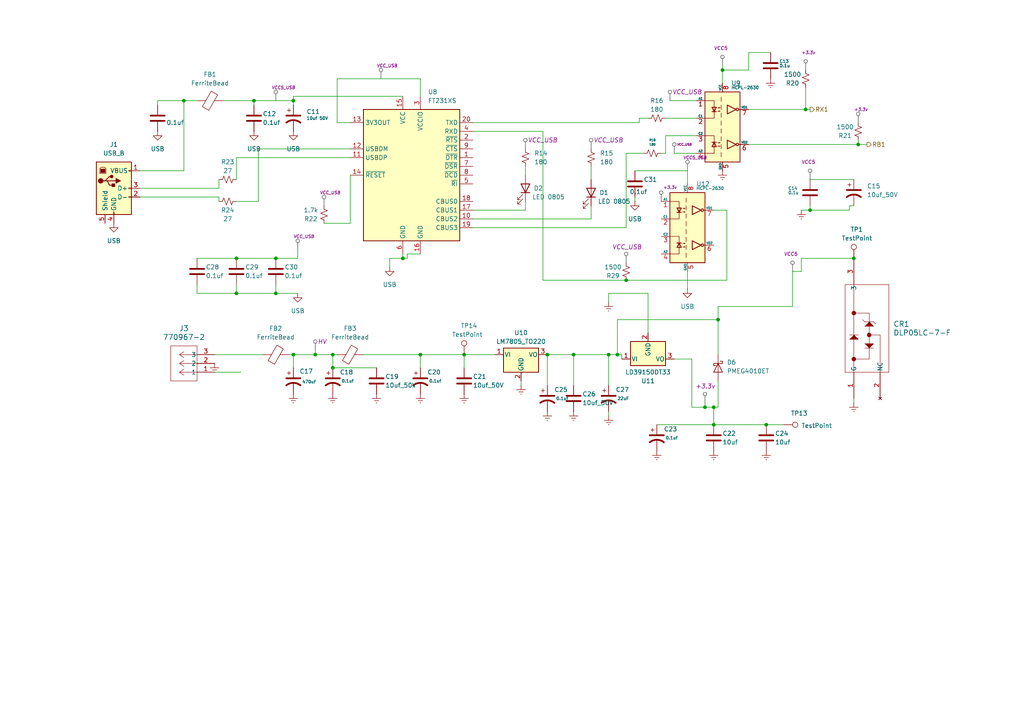
<source format=kicad_sch>
(kicad_sch (version 20231120) (generator "eeschema") (generator_version "8.0")
  (paper "A4")
  (lib_symbols
    (symbol "770967-2:770967-2" (pin_names (offset 0.254))
      (property "Reference" "J" (at 8.89 6.35 0))
      (property "Value" "770967-2" (at 0 0 0))
      (symbol "770967-2_1_1"
        (polyline (pts (xy 5.08 -7.62) (xy 12.7 -7.62)) (stroke (width 0.127)))
        (polyline (pts (xy 5.08 2.54) (xy 5.08 -7.62)) (stroke (width 0.127)))
        (polyline (pts (xy 10.16 -5.08) (xy 5.08 -5.08)) (stroke (width 0.127)))
        (polyline (pts (xy 10.16 -5.08) (xy 8.89 -5.9267)) (stroke (width 0.127)))
        (polyline (pts (xy 10.16 -5.08) (xy 8.89 -4.2333)) (stroke (width 0.127)))
        (polyline (pts (xy 10.16 -2.54) (xy 5.08 -2.54)) (stroke (width 0.127)))
        (polyline (pts (xy 10.16 -2.54) (xy 8.89 -3.3867)) (stroke (width 0.127)))
        (polyline (pts (xy 10.16 -2.54) (xy 8.89 -1.6933)) (stroke (width 0.127)))
        (polyline (pts (xy 10.16 0) (xy 5.08 0)) (stroke (width 0.127)))
        (polyline (pts (xy 10.16 0) (xy 8.89 -0.8467)) (stroke (width 0.127)))
        (polyline (pts (xy 10.16 0) (xy 8.89 0.8467)) (stroke (width 0.127)))
        (polyline (pts (xy 12.7 -7.62) (xy 12.7 2.54)) (stroke (width 0.127)))
        (polyline (pts (xy 12.7 2.54) (xy 5.08 2.54)) (stroke (width 0.127)))
        (pin unspecified line (at 0 0 0) (length 5.08) (name "1") (number "1"))
        (pin unspecified line (at 0 -2.54 0) (length 5.08) (name "2") (number "2"))
        (pin unspecified line (at 0 -5.08 0) (length 5.08) (name "3") (number "3"))
      )
      (symbol "770967-2_1_2"
        (polyline (pts (xy 5.08 -7.62) (xy 12.7 -7.62)) (stroke (width 0.127)))
        (polyline (pts (xy 5.08 2.54) (xy 5.08 -7.62)) (stroke (width 0.127)))
        (polyline (pts (xy 7.62 -5.08) (xy 5.08 -5.08)) (stroke (width 0.127)))
        (polyline (pts (xy 7.62 -5.08) (xy 8.89 -5.9267)) (stroke (width 0.127)))
        (polyline (pts (xy 7.62 -5.08) (xy 8.89 -4.2333)) (stroke (width 0.127)))
        (polyline (pts (xy 7.62 -2.54) (xy 5.08 -2.54)) (stroke (width 0.127)))
        (polyline (pts (xy 7.62 -2.54) (xy 8.89 -3.3867)) (stroke (width 0.127)))
        (polyline (pts (xy 7.62 -2.54) (xy 8.89 -1.6933)) (stroke (width 0.127)))
        (polyline (pts (xy 7.62 0) (xy 5.08 0)) (stroke (width 0.127)))
        (polyline (pts (xy 7.62 0) (xy 8.89 -0.8467)) (stroke (width 0.127)))
        (polyline (pts (xy 7.62 0) (xy 8.89 0.8467)) (stroke (width 0.127)))
        (polyline (pts (xy 12.7 -7.62) (xy 12.7 2.54)) (stroke (width 0.127)))
        (polyline (pts (xy 12.7 2.54) (xy 5.08 2.54)) (stroke (width 0.127)))
        (pin unspecified line (at 0 0 0) (length 5.08) (name "1") (number "1"))
        (pin unspecified line (at 0 -2.54 0) (length 5.08) (name "2") (number "2"))
        (pin unspecified line (at 0 -5.08 0) (length 5.08) (name "3") (number "3"))
      )
    )
    (symbol "Connector:TestPoint" (pin_numbers hide) (pin_names (offset 0.762) hide)
      (property "Reference" "TP" (at 0 6.858 0))
      (property "Value" "TestPoint" (at 0 5.08 0))
      (symbol "TestPoint_0_1"
        (circle (center 0 3.302) (radius 0.762))
      )
      (symbol "TestPoint_1_1"
        (pin passive line (at 0 0 90) (length 2.54) (name "1") (number "1"))
      )
    )
    (symbol "Connector:USB_B" (pin_names (offset 1.016))
      (property "Reference" "J" (at -5.08 11.43 0))
      (property "Value" "USB_B" (at -5.08 8.89 0))
      (symbol "USB_B_0_1"
        (rectangle (start -5.08 -7.62) (end 5.08 7.62) (stroke (width 0.254)) (fill (type background)))
        (circle (center -3.81 2.159) (radius 0.635) (stroke (width 0.254)) (fill (type outline)))
        (rectangle (start -3.81 5.588) (end -2.54 4.572) (fill (type outline)))
        (circle (center -0.635 3.429) (radius 0.381) (stroke (width 0.254)) (fill (type outline)))
        (rectangle (start -0.127 -7.62) (end 0.127 -6.858))
        (polyline (pts (xy -1.905 2.159) (xy 0.635 2.159)) (stroke (width 0.254)))
        (polyline (pts (xy -3.175 2.159) (xy -2.54 2.159) (xy -1.27 3.429) (xy -0.635 3.429)) (stroke (width 0.254)))
        (polyline (pts (xy -2.54 2.159) (xy -1.905 2.159) (xy -1.27 0.889) (xy 0 0.889)) (stroke (width 0.254)))
        (polyline (pts (xy 0.635 2.794) (xy 0.635 1.524) (xy 1.905 2.159) (xy 0.635 2.794)) (stroke (width 0.254)) (fill (type outline)))
        (polyline (pts (xy -4.064 4.318) (xy -2.286 4.318) (xy -2.286 5.715) (xy -2.667 6.096) (xy -3.683 6.096) (xy -4.064 5.715) (xy -4.064 4.318)))
        (rectangle (start 0.254 1.27) (end -0.508 0.508) (stroke (width 0.254)) (fill (type outline)))
        (rectangle (start 5.08 -2.667) (end 4.318 -2.413))
        (rectangle (start 5.08 -0.127) (end 4.318 0.127))
        (rectangle (start 5.08 4.953) (end 4.318 5.207))
      )
      (symbol "USB_B_1_1"
        (pin power_out line (at 7.62 5.08 180) (length 2.54) (name "VBUS") (number "1"))
        (pin bidirectional line (at 7.62 -2.54 180) (length 2.54) (name "D-") (number "2"))
        (pin bidirectional line (at 7.62 0 180) (length 2.54) (name "D+") (number "3"))
        (pin power_out line (at 0 -10.16 90) (length 2.54) (name "GND") (number "4"))
        (pin passive line (at -2.54 -10.16 90) (length 2.54) (name "Shield") (number "5"))
      )
    )
    (symbol "DLP05LC:DLP05LC-7-F" (pin_names (offset 0.254))
      (property "Reference" "CR" (at 20.32 7.62 0))
      (property "Value" "DLP05LC-7-F" (at 20.32 5.08 0))
      (symbol "DLP05LC-7-F_0_1"
        (polyline (pts (xy 7.62 -10.16) (xy 33.02 -10.16)) (stroke (width 0.127)))
        (polyline (pts (xy 7.62 -7.62) (xy 18.415 -7.62)) (stroke (width 0.127)))
        (polyline (pts (xy 7.62 0) (xy 11.43 0)) (stroke (width 0.127)))
        (polyline (pts (xy 7.62 2.54) (xy 7.62 -10.16)) (stroke (width 0.127)))
        (polyline (pts (xy 11.43 -4.445) (xy 24.765 -4.445)) (stroke (width 0.127)))
        (polyline (pts (xy 11.43 0) (xy 11.43 -4.445)) (stroke (width 0.127)))
        (polyline (pts (xy 11.43 0) (xy 24.765 0)) (stroke (width 0.127)))
        (polyline (pts (xy 14.605 -3.175) (xy 14.605 -5.715)) (stroke (width 0.127)))
        (polyline (pts (xy 18.415 -7.62) (xy 18.415 -4.445)) (stroke (width 0.127)))
        (polyline (pts (xy 18.415 1.27) (xy 18.415 -1.27)) (stroke (width 0.127)))
        (polyline (pts (xy 22.225 -5.715) (xy 21.59 -6.35)) (stroke (width 0.127)))
        (polyline (pts (xy 22.225 -3.175) (xy 22.225 -5.715)) (stroke (width 0.127)))
        (polyline (pts (xy 22.225 -3.175) (xy 22.86 -2.54)) (stroke (width 0.127)))
        (polyline (pts (xy 24.765 0) (xy 24.765 -4.445)) (stroke (width 0.127)))
        (polyline (pts (xy 24.765 0) (xy 33.02 0)) (stroke (width 0.127)))
        (polyline (pts (xy 33.02 -10.16) (xy 33.02 2.54)) (stroke (width 0.127)))
        (polyline (pts (xy 33.02 2.54) (xy 7.62 2.54)) (stroke (width 0.127)))
        (polyline (pts (xy 15.875 -3.175) (xy 15.875 -5.715) (xy 14.605 -4.445)) (fill (type outline)))
        (polyline (pts (xy 17.145 1.27) (xy 17.145 -1.27) (xy 18.415 0)) (fill (type outline)))
        (polyline (pts (xy 20.955 -3.175) (xy 20.955 -5.715) (xy 22.225 -4.445)) (fill (type outline)))
        (circle (center 11.43 0) (radius 0.127) (stroke (width 0.508)))
        (circle (center 18.415 -4.445) (radius 0.127) (stroke (width 0.508)))
        (circle (center 24.765 0) (radius 0.127) (stroke (width 0.508)))
        (pin power_out line (at 0 0 0) (length 7.62) (name "G") (number "1"))
        (pin no_connect line (at 0 -7.62 0) (length 7.62) (name "NC") (number "2"))
        (pin unspecified line (at 40.64 0 180) (length 7.62) (name "3") (number "3"))
      )
    )
    (symbol "Device:C" (pin_numbers hide) (pin_names (offset 0.254))
      (property "Reference" "C" (at 0.635 2.54 0))
      (property "Value" "C" (at 0.635 -2.54 0))
      (symbol "C_0_1"
        (polyline (pts (xy -2.032 -0.762) (xy 2.032 -0.762)) (stroke (width 0.508)))
        (polyline (pts (xy -2.032 0.762) (xy 2.032 0.762)) (stroke (width 0.508)))
      )
      (symbol "C_1_1"
        (pin passive line (at 0 3.81 270) (length 2.794) (name "~") (number "1"))
        (pin passive line (at 0 -3.81 90) (length 2.794) (name "~") (number "2"))
      )
    )
    (symbol "Device:C_Polarized_US" (pin_numbers hide) (pin_names (offset 0.254) hide)
      (property "Reference" "C" (at 0.635 2.54 0))
      (property "Value" "C_Polarized_US" (at 0.635 -2.54 0))
      (symbol "C_Polarized_US_0_1"
        (polyline (pts (xy -2.032 0.762) (xy 2.032 0.762)) (stroke (width 0.508)))
        (polyline (pts (xy -1.778 2.286) (xy -0.762 2.286)))
        (polyline (pts (xy -1.27 1.778) (xy -1.27 2.794)))
        (arc (start 2.032 -1.27) (mid 0 -0.5572) (end -2.032 -1.27) (stroke (width 0.508)))
      )
      (symbol "C_Polarized_US_1_1"
        (pin passive line (at 0 3.81 270) (length 2.794) (name "~") (number "1"))
        (pin passive line (at 0 -3.81 90) (length 3.302) (name "~") (number "2"))
      )
    )
    (symbol "Device:FerriteBead" (pin_numbers hide) (pin_names (offset 0))
      (property "Reference" "FB" (at -3.81 0.635 90))
      (property "Value" "FerriteBead" (at 3.81 0 90))
      (symbol "FerriteBead_0_1"
        (polyline (pts (xy 0 -1.27) (xy 0 -1.2192)))
        (polyline (pts (xy 0 1.27) (xy 0 1.2954)))
        (polyline (pts (xy -2.7686 0.4064) (xy -1.7018 2.2606) (xy 2.7686 -0.3048) (xy 1.6764 -2.159) (xy -2.7686 0.4064)))
      )
      (symbol "FerriteBead_1_1"
        (pin passive line (at 0 3.81 270) (length 2.54) (name "~") (number "1"))
        (pin passive line (at 0 -3.81 90) (length 2.54) (name "~") (number "2"))
      )
    )
    (symbol "Device:R_Small_US" (pin_numbers hide) (pin_names (offset 0.254) hide)
      (property "Reference" "R" (at 0.762 0.508 0))
      (property "Value" "R_Small_US" (at 0.762 -1.016 0))
      (symbol "R_Small_US_1_1"
        (polyline (pts (xy 0 0) (xy 1.016 -0.381) (xy 0 -0.762) (xy -1.016 -1.143) (xy 0 -1.524)))
        (polyline (pts (xy 0 1.524) (xy 1.016 1.143) (xy 0 0.762) (xy -1.016 0.381) (xy 0 0)))
        (pin passive line (at 0 2.54 270) (length 1.016) (name "~") (number "1"))
        (pin passive line (at 0 -2.54 90) (length 1.016) (name "~") (number "2"))
      )
    )
    (symbol "Diode:PMEG4010ET" (pin_numbers hide) (pin_names hide)
      (property "Reference" "D" (at 0 2.54 0))
      (property "Value" "PMEG4010ET" (at 0 -2.54 0))
      (symbol "PMEG4010ET_0_1"
        (polyline (pts (xy 1.27 0) (xy -1.27 0)))
        (polyline (pts (xy 1.27 -1.27) (xy 1.27 1.27) (xy -1.27 0) (xy 1.27 -1.27)) (stroke (width 0.2032)))
        (polyline (pts (xy -1.905 0.635) (xy -1.905 1.27) (xy -1.27 1.27) (xy -1.27 -1.27) (xy -0.635 -1.27) (xy -0.635 -0.635)) (stroke (width 0.2032)))
      )
      (symbol "PMEG4010ET_1_1"
        (pin passive line (at 3.81 0 180) (length 2.54) (name "A") (number "1"))
        (pin no_connect line (at 0 0 180) (length 2.54) hide (name "NC") (number "2"))
        (pin passive line (at -3.81 0 0) (length 2.54) (name "K") (number "3"))
      )
    )
    (symbol "Interface_USB:FT231XS"
      (property "Reference" "U" (at -13.97 20.32 0))
      (property "Value" "FT231XS" (at 7.62 20.32 0))
      (symbol "FT231XS_0_1"
        (rectangle (start -13.97 19.05) (end 13.97 -19.05) (stroke (width 0.254)) (fill (type background)))
      )
      (symbol "FT231XS_1_1"
        (pin output line (at 17.78 5.08 180) (length 3.81) (name "~{DTR}") (number "1"))
        (pin bidirectional line (at 17.78 -12.7 180) (length 3.81) (name "CBUS2") (number "10"))
        (pin bidirectional line (at -17.78 5.08 0) (length 3.81) (name "USBDP") (number "11"))
        (pin bidirectional line (at -17.78 7.62 0) (length 3.81) (name "USBDM") (number "12"))
        (pin power_out line (at -17.78 15.24 0) (length 3.81) (name "3V3OUT") (number "13"))
        (pin input line (at -17.78 0 0) (length 3.81) (name "~{RESET}") (number "14"))
        (pin power_in line (at -2.54 22.86 270) (length 3.81) (name "VCC") (number "15"))
        (pin power_in line (at 2.54 -22.86 90) (length 3.81) (name "GND") (number "16"))
        (pin bidirectional line (at 17.78 -10.16 180) (length 3.81) (name "CBUS1") (number "17"))
        (pin bidirectional line (at 17.78 -7.62 180) (length 3.81) (name "CBUS0") (number "18"))
        (pin bidirectional line (at 17.78 -15.24 180) (length 3.81) (name "CBUS3") (number "19"))
        (pin output line (at 17.78 10.16 180) (length 3.81) (name "~{RTS}") (number "2"))
        (pin output line (at 17.78 15.24 180) (length 3.81) (name "TXD") (number "20"))
        (pin power_in line (at 2.54 22.86 270) (length 3.81) (name "VCCIO") (number "3"))
        (pin input line (at 17.78 12.7 180) (length 3.81) (name "RXD") (number "4"))
        (pin input line (at 17.78 -2.54 180) (length 3.81) (name "~{RI}") (number "5"))
        (pin power_in line (at -2.54 -22.86 90) (length 3.81) (name "GND") (number "6"))
        (pin input line (at 17.78 2.54 180) (length 3.81) (name "~{DSR}") (number "7"))
        (pin input line (at 17.78 0 180) (length 3.81) (name "~{DCD}") (number "8"))
        (pin input line (at 17.78 7.62 180) (length 3.81) (name "~{CTS}") (number "9"))
      )
    )
    (symbol "Isolator:HCPL-2630" (pin_names (offset 0))
      (property "Reference" "U" (at -4.064 11.43 0))
      (property "Value" "HCPL-2630" (at 7.62 11.43 0))
      (symbol "HCPL-2630_1_1"
        (rectangle (start -5.08 10.16) (end 5.08 -10.16) (stroke (width 0.254)) (fill (type background)))
        (polyline (pts (xy -3.048 -4.445) (xy -1.778 -4.445)) (stroke (width 0.254)))
        (polyline (pts (xy -3.048 4.445) (xy -1.778 4.445)) (stroke (width 0.254)))
        (polyline (pts (xy -0.381 -7.366) (xy -0.381 -8.636)))
        (polyline (pts (xy -0.381 -5.08) (xy -0.381 -6.35)))
        (polyline (pts (xy -0.381 -2.794) (xy -0.381 -4.064)))
        (polyline (pts (xy -0.381 -0.508) (xy -0.381 -1.778)))
        (polyline (pts (xy -0.381 1.778) (xy -0.381 0.508)))
        (polyline (pts (xy -0.381 4.064) (xy -0.381 2.794)))
        (polyline (pts (xy -0.381 6.35) (xy -0.381 5.08)))
        (polyline (pts (xy -0.381 8.636) (xy -0.381 7.366)))
        (polyline (pts (xy 4.699 -5.08) (xy 5.207 -5.08)))
        (polyline (pts (xy 4.699 5.08) (xy 5.08 5.08)))
        (polyline (pts (xy -4.953 -7.62) (xy -2.413 -7.62) (xy -2.413 -5.715)))
        (polyline (pts (xy -4.953 7.62) (xy -2.413 7.62) (xy -2.413 4.318)))
        (polyline (pts (xy -2.413 -5.842) (xy -2.413 -2.54) (xy -4.953 -2.54)))
        (polyline (pts (xy -2.413 4.445) (xy -2.413 2.54) (xy -4.953 2.54)))
        (polyline (pts (xy -2.413 -4.445) (xy -3.048 -5.715) (xy -1.778 -5.715) (xy -2.413 -4.445)) (stroke (width 0.254)))
        (polyline (pts (xy -2.413 4.445) (xy -3.048 5.715) (xy -1.778 5.715) (xy -2.413 4.445)) (stroke (width 0.254)))
        (polyline (pts (xy 3.937 -5.08) (xy 1.397 -3.81) (xy 1.397 -6.35) (xy 3.937 -5.08)) (stroke (width 0.254)))
        (polyline (pts (xy 3.937 5.08) (xy 1.397 6.35) (xy 1.397 3.81) (xy 3.937 5.08)) (stroke (width 0.254)))
        (polyline (pts (xy -1.397 -5.588) (xy -0.635 -5.588) (xy -1.016 -5.715) (xy -1.016 -5.461) (xy -0.635 -5.588)) (stroke (width 0.127)))
        (polyline (pts (xy -1.397 -4.572) (xy -0.635 -4.572) (xy -1.016 -4.699) (xy -1.016 -4.445) (xy -0.635 -4.572)) (stroke (width 0.127)))
        (polyline (pts (xy -1.397 4.572) (xy -0.635 4.572) (xy -1.016 4.445) (xy -1.016 4.699) (xy -0.635 4.572)) (stroke (width 0.127)))
        (polyline (pts (xy -1.397 5.588) (xy -0.635 5.588) (xy -1.016 5.461) (xy -1.016 5.715) (xy -0.635 5.588)) (stroke (width 0.127)))
        (circle (center 4.318 -5.08) (radius 0.3556) (stroke (width 0.254)))
        (circle (center 4.318 5.08) (radius 0.3556) (stroke (width 0.254)))
        (pin passive line (at -7.62 7.62 0) (length 2.54) (name "A1") (number "1"))
        (pin passive line (at -7.62 2.54 0) (length 2.54) (name "C1") (number "2"))
        (pin passive line (at -7.62 -2.54 0) (length 2.54) (name "C2") (number "3"))
        (pin passive line (at -7.62 -7.62 0) (length 2.54) (name "A2") (number "4"))
        (pin power_in line (at 0 -12.7 90) (length 2.54) (name "GND") (number "5"))
        (pin open_collector line (at 7.62 -5.08 180) (length 2.54) (name "VO2") (number "6"))
        (pin open_collector line (at 7.62 5.08 180) (length 2.54) (name "VO1") (number "7"))
        (pin power_in line (at 0 12.7 270) (length 2.54) (name "VCC") (number "8"))
      )
    )
    (symbol "LED:IR26-21C_L110_TR8" (pin_numbers hide) (pin_names (offset 1.016) hide)
      (property "Reference" "D" (at 0 2.54 0))
      (property "Value" "IR26-21C_L110_TR8" (at 0 -3.81 0))
      (symbol "IR26-21C_L110_TR8_0_1"
        (polyline (pts (xy -1.27 -1.27) (xy -1.27 1.27)) (stroke (width 0.254)))
        (polyline (pts (xy -1.27 0) (xy 1.27 0)))
        (polyline (pts (xy 1.27 -1.27) (xy 1.27 1.27) (xy -1.27 0) (xy 1.27 -1.27)) (stroke (width 0.254)))
        (polyline (pts (xy -3.048 -0.762) (xy -4.572 -2.286) (xy -3.81 -2.286) (xy -4.572 -2.286) (xy -4.572 -1.524)))
        (polyline (pts (xy -1.778 -0.762) (xy -3.302 -2.286) (xy -2.54 -2.286) (xy -3.302 -2.286) (xy -3.302 -1.524)))
      )
      (symbol "IR26-21C_L110_TR8_1_1"
        (pin passive line (at -3.81 0 0) (length 2.54) (name "K") (number "1"))
        (pin passive line (at 3.81 0 180) (length 2.54) (name "A") (number "2"))
      )
    )
    (symbol "Regulator_Linear:LD39150DT33" (pin_names (offset 0.254))
      (property "Reference" "U" (at -3.81 3.175 0))
      (property "Value" "LD39150DT33" (at 0 3.175 0))
      (symbol "LD39150DT33_0_1"
        (rectangle (start -5.08 -5.08) (end 5.08 1.905) (stroke (width 0.254)) (fill (type background)))
      )
      (symbol "LD39150DT33_1_1"
        (pin power_in line (at -7.62 0 0) (length 2.54) (name "VI") (number "1"))
        (pin power_in line (at 0 -7.62 90) (length 2.54) (name "GND") (number "2"))
        (pin power_out line (at 7.62 0 180) (length 2.54) (name "VO") (number "3"))
      )
    )
    (symbol "Regulator_Linear:LM7805_TO220" (pin_names (offset 0.254))
      (property "Reference" "U" (at -3.81 3.175 0))
      (property "Value" "LM7805_TO220" (at 0 3.175 0))
      (symbol "LM7805_TO220_0_1"
        (rectangle (start -5.08 1.905) (end 5.08 -5.08) (stroke (width 0.254)) (fill (type background)))
      )
      (symbol "LM7805_TO220_1_1"
        (pin power_in line (at -7.62 0 0) (length 2.54) (name "VI") (number "1"))
        (pin power_in line (at 0 -7.62 90) (length 2.54) (name "GND") (number "2"))
        (pin power_out line (at 7.62 0 180) (length 2.54) (name "VO") (number "3"))
      )
    )
    (symbol "power:Earth" (power) (pin_numbers hide) (pin_names (offset 0) hide)
      (property "Value" "Earth" (at 0 -3.81 0))
      (symbol "Earth_0_1"
        (polyline (pts (xy -0.635 -1.905) (xy 0.635 -1.905)))
        (polyline (pts (xy -0.127 -2.54) (xy 0.127 -2.54)))
        (polyline (pts (xy 0 -1.27) (xy 0 0)))
        (polyline (pts (xy 1.27 -1.27) (xy -1.27 -1.27)))
      )
      (symbol "Earth_1_1"
        (pin power_in line (at 0 0 270) (length 0) (name "~") (number "1"))
      )
    )
    (symbol "power:GND" (power) (pin_numbers hide) (pin_names (offset 0) hide)
      (property "Value" "GND" (at 0 -3.81 0))
      (symbol "GND_0_1"
        (polyline (pts (xy 0 0) (xy 0 -1.27) (xy 1.27 -1.27) (xy 0 -2.54) (xy -1.27 -1.27) (xy 0 -1.27)))
      )
      (symbol "GND_1_1"
        (pin power_in line (at 0 0 270) (length 0) (name "~") (number "1"))
      )
    )
  )
  (junction (at 158.75 102.87))
  (junction (at 248.92 41.91))
  (junction (at 85.09 29.21))
  (junction (at 207.01 118.11))
  (junction (at 166.37 102.87))
  (junction (at 73.66 29.21))
  (junction (at 207.01 123.19))
  (junction (at 68.58 85.09))
  (junction (at 96.52 106.68))
  (junction (at 80.01 85.09))
  (junction (at 208.28 92.71))
  (junction (at 116.84 74.93))
  (junction (at 96.52 102.87))
  (junction (at 209.55 20.32))
  (junction (at 247.65 74.93))
  (junction (at 179.07 102.87))
  (junction (at 181.61 81.28))
  (junction (at 53.34 29.21))
  (junction (at 80.01 74.93))
  (junction (at 85.09 102.87))
  (junction (at 222.25 123.19))
  (junction (at 204.47 118.11))
  (junction (at 234.95 60.96))
  (junction (at 176.53 102.87))
  (junction (at 121.92 102.87))
  (junction (at 91.44 102.87))
  (junction (at 233.68 31.75))
  (junction (at 68.58 74.93))
  (junction (at 134.62 102.87))
  (wire (pts (xy 118.11 73.66) (xy 118.11 74.93)))
  (wire (pts (xy 63.5 57.15) (xy 63.5 58.42)))
  (wire (pts (xy 195.58 104.14) (xy 200.66 104.14)))
  (wire (pts (xy 234.95 52.07) (xy 247.65 52.07)))
  (wire (pts (xy 53.34 49.53) (xy 53.34 29.21)))
  (wire (pts (xy 246.38 59.69) (xy 247.65 59.69)))
  (wire (pts (xy 68.58 58.42) (xy 74.93 58.42)))
  (wire (pts (xy 199.39 49.53) (xy 199.39 53.34)))
  (wire (pts (xy 86.36 72.39) (xy 86.36 74.93)))
  (wire (pts (xy 195.58 44.45) (xy 201.93 44.45)))
  (wire (pts (xy 157.48 81.28) (xy 181.61 81.28)))
  (wire (pts (xy 158.75 102.87) (xy 166.37 102.87)))
  (wire (pts (xy 73.66 29.21) (xy 85.09 29.21)))
  (wire (pts (xy 181.61 44.45) (xy 181.61 66.04)))
  (wire (pts (xy 233.68 31.75) (xy 233.68 25.4)))
  (wire (pts (xy 247.65 115.57) (xy 247.65 116.84)))
  (wire (pts (xy 134.62 102.87) (xy 143.51 102.87)))
  (wire (pts (xy 209.55 20.32) (xy 209.55 24.13)))
  (wire (pts (xy 187.96 85.09) (xy 187.96 96.52)))
  (wire (pts (xy 97.79 35.56) (xy 101.6 35.56)))
  (wire (pts (xy 85.09 29.21) (xy 85.09 30.48)))
  (wire (pts (xy 157.48 38.1) (xy 157.48 81.28)))
  (wire (pts (xy 152.4 58.42) (xy 152.4 60.96)))
  (wire (pts (xy 185.42 35.56) (xy 185.42 34.29)))
  (wire (pts (xy 193.04 39.37) (xy 201.93 39.37)))
  (wire (pts (xy 208.28 88.9) (xy 208.28 92.71)))
  (wire (pts (xy 190.5 123.19) (xy 207.01 123.19)))
  (wire (pts (xy 116.84 73.66) (xy 116.84 74.93)))
  (wire (pts (xy 200.66 104.14) (xy 200.66 118.11)))
  (wire (pts (xy 217.17 31.75) (xy 233.68 31.75)))
  (wire (pts (xy 96.52 106.68) (xy 109.22 106.68)))
  (wire (pts (xy 194.31 29.21) (xy 201.93 29.21)))
  (wire (pts (xy 40.64 49.53) (xy 53.34 49.53)))
  (wire (pts (xy 118.11 73.66) (xy 121.92 73.66)))
  (wire (pts (xy 113.03 74.93) (xy 116.84 74.93)))
  (wire (pts (xy 113.03 77.47) (xy 113.03 74.93)))
  (wire (pts (xy 53.34 29.21) (xy 45.72 29.21)))
  (wire (pts (xy 234.95 59.69) (xy 234.95 60.96)))
  (wire (pts (xy 97.79 102.87) (xy 96.52 102.87)))
  (wire (pts (xy 57.15 74.93) (xy 68.58 74.93)))
  (wire (pts (xy 85.09 102.87) (xy 83.82 102.87)))
  (wire (pts (xy 166.37 102.87) (xy 176.53 102.87)))
  (wire (pts (xy 62.23 102.87) (xy 76.2 102.87)))
  (wire (pts (xy 176.53 102.87) (xy 176.53 111.76)))
  (wire (pts (xy 96.52 102.87) (xy 96.52 106.68)))
  (wire (pts (xy 85.09 102.87) (xy 85.09 106.68)))
  (wire (pts (xy 200.66 118.11) (xy 204.47 118.11)))
  (wire (pts (xy 207.01 118.11) (xy 208.28 118.11)))
  (wire (pts (xy 57.15 82.55) (xy 57.15 85.09)))
  (wire (pts (xy 207.01 123.19) (xy 222.25 123.19)))
  (wire (pts (xy 187.96 34.29) (xy 185.42 34.29)))
  (wire (pts (xy 97.79 22.86) (xy 97.79 35.56)))
  (wire (pts (xy 193.04 44.45) (xy 193.04 39.37)))
  (wire (pts (xy 80.01 85.09) (xy 86.36 85.09)))
  (wire (pts (xy 234.95 60.96) (xy 232.41 60.96)))
  (wire (pts (xy 91.44 101.6) (xy 91.44 102.87)))
  (wire (pts (xy 217.17 41.91) (xy 248.92 41.91)))
  (wire (pts (xy 179.07 92.71) (xy 179.07 102.87)))
  (wire (pts (xy 101.6 64.77) (xy 101.6 50.8)))
  (wire (pts (xy 118.11 74.93) (xy 116.84 74.93)))
  (wire (pts (xy 193.04 34.29) (xy 201.93 34.29)))
  (wire (pts (xy 158.75 102.87) (xy 158.75 111.76)))
  (wire (pts (xy 105.41 102.87) (xy 121.92 102.87)))
  (wire (pts (xy 233.68 31.75) (xy 234.95 31.75)))
  (wire (pts (xy 248.92 41.91) (xy 248.92 40.64)))
  (wire (pts (xy 85.09 102.87) (xy 91.44 102.87)))
  (wire (pts (xy 85.09 27.94) (xy 85.09 29.21)))
  (wire (pts (xy 181.61 66.04) (xy 137.16 66.04)))
  (wire (pts (xy 186.69 44.45) (xy 181.61 44.45)))
  (wire (pts (xy 116.84 27.94) (xy 85.09 27.94)))
  (wire (pts (xy 176.53 85.09) (xy 187.96 85.09)))
  (wire (pts (xy 86.36 74.93) (xy 80.01 74.93)))
  (wire (pts (xy 185.42 35.56) (xy 137.16 35.56)))
  (wire (pts (xy 68.58 52.07) (xy 68.58 45.72)))
  (wire (pts (xy 57.15 85.09) (xy 68.58 85.09)))
  (wire (pts (xy 176.53 87.63) (xy 176.53 85.09)))
  (wire (pts (xy 208.28 92.71) (xy 179.07 92.71)))
  (wire (pts (xy 68.58 82.55) (xy 68.58 85.09)))
  (wire (pts (xy 74.93 58.42) (xy 74.93 43.18)))
  (wire (pts (xy 176.53 102.87) (xy 179.07 102.87)))
  (wire (pts (xy 181.61 81.28) (xy 210.82 81.28)))
  (wire (pts (xy 57.15 29.21) (xy 53.34 29.21)))
  (wire (pts (xy 74.93 43.18) (xy 101.6 43.18)))
  (wire (pts (xy 45.72 29.21) (xy 45.72 30.48)))
  (wire (pts (xy 210.82 81.28) (xy 210.82 60.96)))
  (wire (pts (xy 40.64 54.61) (xy 63.5 54.61)))
  (wire (pts (xy 152.4 48.26) (xy 152.4 50.8)))
  (wire (pts (xy 63.5 54.61) (xy 63.5 52.07)))
  (wire (pts (xy 184.15 57.15) (xy 184.15 58.42)))
  (wire (pts (xy 229.87 78.74) (xy 232.41 78.74)))
  (wire (pts (xy 232.41 74.93) (xy 247.65 74.93)))
  (wire (pts (xy 208.28 88.9) (xy 229.87 88.9)))
  (wire (pts (xy 171.45 48.26) (xy 171.45 52.07)))
  (wire (pts (xy 152.4 60.96) (xy 137.16 60.96)))
  (wire (pts (xy 222.25 123.19) (xy 227.33 123.19)))
  (wire (pts (xy 179.07 102.87) (xy 180.34 102.87)))
  (wire (pts (xy 246.38 59.69) (xy 246.38 60.96)))
  (wire (pts (xy 73.66 30.48) (xy 73.66 29.21)))
  (wire (pts (xy 166.37 111.76) (xy 166.37 102.87)))
  (wire (pts (xy 184.15 49.53) (xy 199.39 49.53)))
  (wire (pts (xy 204.47 118.11) (xy 207.01 118.11)))
  (wire (pts (xy 246.38 60.96) (xy 234.95 60.96)))
  (wire (pts (xy 151.13 110.49) (xy 151.13 111.76)))
  (wire (pts (xy 208.28 118.11) (xy 208.28 110.49)))
  (wire (pts (xy 121.92 27.94) (xy 121.92 22.86)))
  (wire (pts (xy 210.82 60.96) (xy 207.01 60.96)))
  (wire (pts (xy 229.87 78.74) (xy 229.87 88.9)))
  (wire (pts (xy 208.28 92.71) (xy 208.28 102.87)))
  (wire (pts (xy 209.55 19.05) (xy 209.55 20.32)))
  (wire (pts (xy 232.41 78.74) (xy 232.41 74.93)))
  (wire (pts (xy 80.01 85.09) (xy 68.58 85.09)))
  (wire (pts (xy 217.17 20.32) (xy 209.55 20.32)))
  (wire (pts (xy 191.77 44.45) (xy 193.04 44.45)))
  (wire (pts (xy 223.52 15.24) (xy 217.17 15.24)))
  (wire (pts (xy 91.44 102.87) (xy 96.52 102.87)))
  (wire (pts (xy 64.77 29.21) (xy 73.66 29.21)))
  (wire (pts (xy 93.98 64.77) (xy 101.6 64.77)))
  (wire (pts (xy 204.47 116.84) (xy 204.47 118.11)))
  (wire (pts (xy 68.58 74.93) (xy 80.01 74.93)))
  (wire (pts (xy 248.92 41.91) (xy 251.46 41.91)))
  (wire (pts (xy 199.39 78.74) (xy 199.39 83.82)))
  (wire (pts (xy 80.01 82.55) (xy 80.01 85.09)))
  (wire (pts (xy 171.45 59.69) (xy 171.45 63.5)))
  (wire (pts (xy 217.17 15.24) (xy 217.17 20.32)))
  (wire (pts (xy 134.62 106.68) (xy 134.62 102.87)))
  (wire (pts (xy 207.01 118.11) (xy 207.01 123.19)))
  (wire (pts (xy 137.16 38.1) (xy 157.48 38.1)))
  (wire (pts (xy 121.92 102.87) (xy 121.92 106.68)))
  (wire (pts (xy 180.34 102.87) (xy 180.34 104.14)))
  (wire (pts (xy 40.64 57.15) (xy 63.5 57.15)))
  (wire (pts (xy 134.62 102.87) (xy 121.92 102.87)))
  (wire (pts (xy 68.58 45.72) (xy 101.6 45.72)))
  (wire (pts (xy 121.92 22.86) (xy 97.79 22.86)))
  (wire (pts (xy 171.45 63.5) (xy 137.16 63.5)))
  (wire (pts (xy 62.23 107.95) (xy 69.85 107.95)))
  (wire (pts (xy 176.53 119.38) (xy 176.53 120.65)))
  (hierarchical_label "RX1" (shape output) (at 234.95 31.75 0))
  (hierarchical_label "RB1" (shape output) (at 251.46 41.91 0))
  (netclass_flag "" (length 2.54) (shape round) (at 181.61 76.2 0) (property "Netclass" "VCC_USB" (at 177.546 71.628 0) (effects (font (italic yes)) (justify left))))
  (netclass_flag "" (length 2.54) (shape round) (at 233.68 20.32 0) (property "Netclass" "+3.3v" (at 232.41 15.24 0) (effects (font (size 0.889 0.889) (italic yes)) (justify left))))
  (netclass_flag "" (length 2.54) (shape round) (at 93.98 59.69 0) (property "Netclass" "VCC_USB" (at 92.71 55.88 0) (effects (font (size 0.889 0.889) (italic yes)) (justify left))))
  (netclass_flag "" (length 2.54) (shape round) (at 86.36 72.39 0) (property "Netclass" "VCC_USB" (at 85.09 68.58 0) (effects (font (size 0.889 0.889) (italic yes)) (justify left))))
  (netclass_flag "" (length 2.54) (shape round) (at 152.4 43.18 0) (property "Netclass" "VCC_USB" (at 153.0985 40.64 0) (effects (font (italic yes)) (justify left))))
  (netclass_flag "" (length 2.54) (shape round) (at 80.01 29.21 0) (property "Netclass" "VCC5_USB" (at 78.74 25.4 0) (effects (font (size 0.889 0.889) (italic yes)) (justify left))))
  (netclass_flag "" (length 2.54) (shape round) (at 171.45 43.18 0) (property "Netclass" "VCC_USB" (at 172.1485 40.64 0) (effects (font (italic yes)) (justify left))))
  (netclass_flag "" (length 2.54) (shape round) (at 248.92 35.56 0) (property "Netclass" "+3.3v" (at 247.65 31.75 0) (effects (font (size 0.889 0.889) (italic yes)) (justify left))))
  (netclass_flag "" (length 2.54) (shape round) (at 110.49 22.86 0) (property "Netclass" "VCC_USB" (at 109.22 19.05 0) (effects (font (size 0.889 0.889) (italic yes)) (justify left))))
  (netclass_flag "" (length 2.54) (shape round) (at 91.44 101.6 0) (property "Netclass" "HV" (at 92.1385 99.06 0) (effects (font (italic yes)) (justify left))))
  (netclass_flag "" (length 2.54) (shape round) (at 195.58 44.45 0) (property "Netclass" "VCC_USB" (at 196.2785 41.91 0) (effects (font (size 0.635 0.635) (italic yes)) (justify left))))
  (netclass_flag "" (length 2.54) (shape round) (at 204.47 116.84 0) (property "Netclass" "+3.3v" (at 201.676 112.014 0) (effects (font (italic yes)) (justify left))))
  (netclass_flag "" (length 2.54) (shape round) (at 191.77 58.42 0) (property "Netclass" "+3.3v" (at 192.278 54.356 0) (effects (font (size 0.889 0.889) (italic yes)) (justify left))))
  (netclass_flag "" (length 2.54) (shape round) (at 199.39 49.53 0) (property "Netclass" "VCC5_USB" (at 198.12 45.72 0) (effects (font (size 0.889 0.889) (italic yes)) (justify left))))
  (netclass_flag "" (length 2.54) (shape round) (at 194.31 29.21 0) (property "Netclass" "VCC_USB" (at 195.0085 26.67 0) (effects (font (italic yes)) (justify left))))
  (netclass_flag "" (length 2.54) (shape round) (at 209.55 19.05 0) (property "Netclass" "VCC5" (at 207.01 13.97 0) (effects (font (size 1.016 1.016) (italic yes)) (justify left))))
  (netclass_flag "" (length 2.54) (shape round) (at 234.95 52.07 0) (property "Netclass" "VCC5" (at 232.41 46.99 0) (effects (font (size 1.016 1.016) (italic yes)) (justify left))))
  (netclass_flag "" (length 2.54) (shape round) (at 229.87 78.74 0) (property "Netclass" "VCC5" (at 227.33 73.66 0) (effects (font (size 1.016 1.016) (italic yes)) (justify left))))
  (symbol (lib_id "Device:C_Polarized_US") (at 85.09 110.49 0) (unit 1)
    (property "Reference" "C17" (at 86.868 107.696 0) (effects (justify left)))
    (property "Value" "470uf" (at 87.63 110.744 0) (effects (font (size 0.889 0.889)) (justify left)))
    (property "Footprint" "Capacitor_SMD:C_0603_1608Metric_Pad1.08x0.95mm_HandSolder" (effects (hide yes)))
    (property "Description" "Polarized capacitor, US symbol" (effects (hide yes)))
  )
  (symbol (lib_id "Device:C") (at 109.22 110.49 0) (unit 1)
    (property "Reference" "C19" (at 111.76 109.22 0) (effects (justify left)))
    (property "Value" "10uf_50V" (at 111.76 111.76 0) (effects (justify left)))
    (property "Footprint" "Capacitor_SMD:C_0603_1608Metric_Pad1.08x0.95mm_HandSolder" (effects (hide yes)))
    (property "Description" "Unpolarized capacitor" (effects (hide yes)))
  )
  (symbol (lib_id "Device:C") (at 57.15 78.74 0) (unit 1)
    (property "Reference" "C28" (at 59.69 77.47 0) (effects (justify left)))
    (property "Value" "0.1uf" (at 59.69 80.01 0) (effects (justify left)))
    (property "Footprint" "Capacitor_SMD:C_0603_1608Metric_Pad1.08x0.95mm_HandSolder" (effects (hide yes)))
    (property "Description" "Unpolarized capacitor" (effects (hide yes)))
  )
  (symbol (lib_id "Isolator:HCPL-2630") (at 199.39 66.04 0) (unit 1)
    (property "Reference" "U12" (at 201.93 53.34 0) (effects (justify left)))
    (property "Value" "HCPL-2630" (at 201.93 54.61 0) (effects (font (size 0.889 0.889)) (justify left)))
    (property "Footprint" "Package_DIP:DIP-8_W7.62mm" (effects (hide yes)))
    (property "Datasheet" "https://docs.broadcom.com/docs/AV02-0940EN" (effects (hide yes)))
    (property "Description" "Dual High Speed LSTTL/TTL Compatible Optocoupler, dV/dt 5000/us, VCM 1000, max 7V VCC, DIP-8" (effects (hide yes)))
  )
  (symbol (lib_id "Device:C") (at 80.01 78.74 0) (unit 1)
    (property "Reference" "C30" (at 82.55 77.47 0) (effects (justify left)))
    (property "Value" "0.1uf" (at 82.55 80.01 0) (effects (justify left)))
    (property "Footprint" "Capacitor_SMD:C_0603_1608Metric_Pad1.08x0.95mm_HandSolder" (effects (hide yes)))
    (property "Description" "Unpolarized capacitor" (effects (hide yes)))
  )
  (symbol (lib_id "power:GND") (at 199.39 83.82 0) (unit 1)
    (property "Reference" "#PWR051" (effects (hide yes)))
    (property "Value" "USB" (at 199.39 88.9 0))
    (property "Description" "Power symbol creates a global label with name \"GND\" , ground" (effects (hide yes)))
  )
  (symbol (lib_id "Connector:USB_B") (at 33.02 54.61 0) (unit 1)
    (property "Reference" "J1" (at 33.02 41.91 0))
    (property "Value" "USB_B" (at 33.02 44.45 0))
    (property "Footprint" "Connector_USB:USB_B_OST_USB-B1HSxx_Horizontal" (effects (hide yes)))
    (property "Description" "USB Type B connector" (effects (hide yes)))
  )
  (symbol (lib_id "power:Earth") (at 109.22 114.3 0) (unit 1)
    (property "Reference" "#PWR037" (effects (hide yes)))
    (property "Value" "Earth" (effects (hide yes)))
    (property "Description" "Power symbol creates a global label with name \"Earth\"" (effects (hide yes)))
  )
  (symbol (lib_id "power:GND") (at 33.02 64.77 0) (unit 1)
    (property "Reference" "#PWR034" (effects (hide yes)))
    (property "Value" "USB" (at 33.02 69.85 0))
    (property "Description" "Power symbol creates a global label with name \"GND\" , ground" (effects (hide yes)))
  )
  (symbol (lib_id "Regulator_Linear:LD39150DT33") (at 187.96 104.14 0) (mirror x) (unit 1)
    (property "Reference" "U11" (at 187.96 110.49 0))
    (property "Value" "LD39150DT33" (at 187.96 107.95 0))
    (property "Footprint" "Package_TO_SOT_SMD:TO-252-3_TabPin2" (effects (hide yes)))
    (property "Datasheet" "https://www.st.com/resource/en/datasheet/ld39150.pdf" (effects (hide yes)))
    (property "Description" "1.5A Ultra Low Dropout regulator, positive, 3.3V fixed output, TO-252" (effects (hide yes)))
  )
  (symbol (lib_id "Device:C") (at 184.15 53.34 0) (unit 1)
    (property "Reference" "C31" (at 186.69 52.07 0) (effects (justify left)))
    (property "Value" "0.1uf" (at 182.626 55.626 0) (effects (justify left)))
    (property "Footprint" "Capacitor_SMD:C_0603_1608Metric_Pad1.08x0.95mm_HandSolder" (effects (hide yes)))
    (property "Description" "Unpolarized capacitor" (effects (hide yes)))
  )
  (symbol (lib_id "power:Earth") (at 247.65 116.84 0) (unit 1)
    (property "Reference" "#PWR046" (effects (hide yes)))
    (property "Value" "Earth" (effects (hide yes)))
    (property "Description" "Power symbol creates a global label with name \"Earth\"" (effects (hide yes)))
  )
  (symbol (lib_id "Device:C_Polarized_US") (at 96.52 110.49 0) (unit 1)
    (property "Reference" "C18" (at 98.552 107.95 0) (effects (justify left)))
    (property "Value" "0.1uf" (at 99.06 110.49 0) (effects (font (size 0.889 0.889)) (justify left)))
    (property "Footprint" "Capacitor_SMD:C_0603_1608Metric_Pad1.08x0.95mm_HandSolder" (effects (hide yes)))
    (property "Description" "Polarized capacitor, US symbol" (effects (hide yes)))
  )
  (symbol (lib_id "Device:FerriteBead") (at 60.96 29.21 90) (unit 1)
    (property "Reference" "FB1" (at 60.9092 21.59 90))
    (property "Value" "FerriteBead" (at 60.9092 24.13 90))
    (property "Footprint" "Ferrite_THT:LairdTech_28C0236-0JW-10" (effects (hide yes)))
    (property "Description" "Ferrite bead" (effects (hide yes)))
  )
  (symbol (lib_id "power:Earth") (at 176.53 120.65 0) (unit 1)
    (property "Reference" "#PWR042" (effects (hide yes)))
    (property "Value" "Earth" (effects (hide yes)))
    (property "Description" "Power symbol creates a global label with name \"Earth\"" (effects (hide yes)))
  )
  (symbol (lib_id "Device:C_Polarized_US") (at 176.53 115.57 0) (unit 1)
    (property "Reference" "C27" (at 178.562 113.03 0) (effects (justify left)))
    (property "Value" "22uF" (at 179.07 115.57 0) (effects (font (size 0.889 0.889)) (justify left)))
    (property "Footprint" "Capacitor_SMD:C_0603_1608Metric_Pad1.08x0.95mm_HandSolder" (effects (hide yes)))
    (property "Description" "Polarized capacitor, US symbol" (effects (hide yes)))
  )
  (symbol (lib_id "Device:FerriteBead") (at 101.6 102.87 90) (unit 1)
    (property "Reference" "FB3" (at 101.5492 95.25 90))
    (property "Value" "FerriteBead" (at 101.5492 97.79 90))
    (property "Footprint" "Ferrite_THT:LairdTech_28C0236-0JW-10" (effects (hide yes)))
    (property "Description" "Ferrite bead" (effects (hide yes)))
  )
  (symbol (lib_id "Diode:PMEG4010ET") (at 208.28 106.68 270) (unit 1)
    (property "Reference" "D6" (at 210.82 105.0924 90) (effects (justify left)))
    (property "Value" "PMEG4010ET" (at 210.82 107.6324 90) (effects (justify left)))
    (property "Footprint" "Package_TO_SOT_SMD:SOT-23" (effects (hide yes)))
    (property "Datasheet" "https://assets.nexperia.com/documents/data-sheet/PMEG4010EH_EJ_ET.pdf" (effects (hide yes)))
    (property "Description" "40V, 1A very low Vf MEGA Schottky barrier rectifier, SOT-23" (effects (hide yes)))
  )
  (symbol (lib_id "power:GND") (at 45.72 38.1 0) (unit 1)
    (property "Reference" "#PWR033" (effects (hide yes)))
    (property "Value" "USB" (at 45.72 43.18 0))
    (property "Description" "Power symbol creates a global label with name \"GND\" , ground" (effects (hide yes)))
  )
  (symbol (lib_id "power:GND") (at 85.09 38.1 0) (unit 1)
    (property "Reference" "#PWR026" (effects (hide yes)))
    (property "Value" "USB" (at 85.09 43.18 0))
    (property "Description" "Power symbol creates a global label with name \"GND\" , ground" (effects (hide yes)))
  )
  (symbol (lib_id "power:GND") (at 73.66 38.1 0) (unit 1)
    (property "Reference" "#PWR031" (effects (hide yes)))
    (property "Value" "USB" (at 73.66 43.18 0))
    (property "Description" "Power symbol creates a global label with name \"GND\" , ground" (effects (hide yes)))
  )
  (symbol (lib_id "power:Earth") (at 85.09 114.3 0) (unit 1)
    (property "Reference" "#PWR035" (effects (hide yes)))
    (property "Value" "Earth" (effects (hide yes)))
    (property "Description" "Power symbol creates a global label with name \"Earth\"" (effects (hide yes)))
  )
  (symbol (lib_id "power:Earth") (at 209.55 49.53 0) (unit 1)
    (property "Reference" "#PWR029" (effects (hide yes)))
    (property "Value" "Earth" (effects (hide yes)))
    (property "Description" "Power symbol creates a global label with name \"Earth\"" (effects (hide yes)))
  )
  (symbol (lib_id "Device:C") (at 68.58 78.74 0) (unit 1)
    (property "Reference" "C29" (at 71.12 77.47 0) (effects (justify left)))
    (property "Value" "0.1uf" (at 71.12 80.01 0) (effects (justify left)))
    (property "Footprint" "Capacitor_SMD:C_0603_1608Metric_Pad1.08x0.95mm_HandSolder" (effects (hide yes)))
    (property "Description" "Unpolarized capacitor" (effects (hide yes)))
  )
  (symbol (lib_id "770967-2:770967-2") (at 62.23 107.95 180) (unit 1)
    (property "Reference" "J3" (at 53.34 95.25 0) (effects (font (size 1.524 1.524))))
    (property "Value" "770967-2" (at 53.34 97.79 0) (effects (font (size 1.524 1.524))))
    (property "Footprint" "footprints:CONN3_770967-2_TEC" (effects (hide yes)))
    (property "Datasheet" "770967-2" (effects (hide yes)))
  )
  (symbol (lib_id "Device:R_Small_US") (at 181.61 78.74 180) (unit 1)
    (property "Reference" "R29" (at 177.8 80.01 0))
    (property "Value" "1500" (at 177.8 77.47 0))
    (property "Footprint" "Resistor_SMD:R_0603_1608Metric_Pad0.98x0.95mm_HandSolder" (effects (hide yes)))
    (property "Description" "Resistor, small US symbol" (effects (hide yes)))
  )
  (symbol (lib_id "power:Earth") (at 166.37 119.38 0) (unit 1)
    (property "Reference" "#PWR041" (effects (hide yes)))
    (property "Value" "Earth" (effects (hide yes)))
    (property "Description" "Power symbol creates a global label with name \"Earth\"" (effects (hide yes)))
  )
  (symbol (lib_id "Connector:TestPoint") (at 134.62 102.87 0) (unit 1)
    (property "Reference" "TP14" (at 133.604 94.488 0) (effects (justify left)))
    (property "Value" "TestPoint" (at 131.064 97.028 0) (effects (justify left)))
    (property "Footprint" "TestPoint:TestPoint_THTPad_D3.0mm_Drill1.5mm" (effects (hide yes)))
    (property "Description" "test point" (effects (hide yes)))
  )
  (symbol (lib_id "Connector:TestPoint") (at 227.33 123.19 270) (unit 1)
    (property "Reference" "TP13" (at 229.362 119.888 90) (effects (justify left)))
    (property "Value" "TestPoint" (at 232.41 123.444 90) (effects (justify left)))
    (property "Footprint" "TestPoint:TestPoint_THTPad_D3.0mm_Drill1.5mm" (effects (hide yes)))
    (property "Description" "test point" (effects (hide yes)))
  )
  (symbol (lib_id "Device:FerriteBead") (at 80.01 102.87 90) (unit 1)
    (property "Reference" "FB2" (at 79.9592 95.25 90))
    (property "Value" "FerriteBead" (at 79.9592 97.79 90))
    (property "Footprint" "Ferrite_THT:LairdTech_28C0236-0JW-10" (effects (hide yes)))
    (property "Description" "Ferrite bead" (effects (hide yes)))
  )
  (symbol (lib_id "Device:C") (at 166.37 115.57 0) (unit 1)
    (property "Reference" "C26" (at 168.91 114.3 0) (effects (justify left)))
    (property "Value" "10uf_50V" (at 168.91 116.84 0) (effects (justify left)))
    (property "Footprint" "Capacitor_SMD:C_0603_1608Metric_Pad1.08x0.95mm_HandSolder" (effects (hide yes)))
    (property "Description" "Unpolarized capacitor" (effects (hide yes)))
  )
  (symbol (lib_id "Device:R_Small_US") (at 248.92 38.1 180) (unit 1)
    (property "Reference" "R21" (at 245.11 39.37 0))
    (property "Value" "1500" (at 245.11 36.83 0))
    (property "Footprint" "Resistor_SMD:R_0603_1608Metric_Pad0.98x0.95mm_HandSolder" (effects (hide yes)))
    (property "Description" "Resistor, small US symbol" (effects (hide yes)))
  )
  (symbol (lib_id "Device:C_Polarized_US") (at 121.92 110.49 0) (unit 1)
    (property "Reference" "C20" (at 123.952 107.95 0) (effects (justify left)))
    (property "Value" "0.1uf" (at 124.46 110.49 0) (effects (font (size 0.889 0.889)) (justify left)))
    (property "Footprint" "Capacitor_SMD:C_0603_1608Metric_Pad1.08x0.95mm_HandSolder" (effects (hide yes)))
    (property "Description" "Polarized capacitor, US symbol" (effects (hide yes)))
  )
  (symbol (lib_id "power:Earth") (at 62.23 105.41 0) (unit 1)
    (property "Reference" "#PWR047" (effects (hide yes)))
    (property "Value" "Earth" (effects (hide yes)))
    (property "Description" "Power symbol creates a global label with name \"Earth\"" (effects (hide yes)))
  )
  (symbol (lib_id "DLP05LC:DLP05LC-7-F") (at 247.65 115.57 90) (unit 1)
    (property "Reference" "CR1" (at 259.08 93.9799 90) (effects (font (size 1.524 1.524)) (justify right)))
    (property "Value" "DLP05LC-7-F" (at 259.08 96.5199 90) (effects (font (size 1.524 1.524)) (justify right)))
    (property "Footprint" "SOT23_DLP05LC_DIO" (effects (hide yes)))
    (property "Datasheet" "DLP05LC-7-F" (effects (hide yes)))
  )
  (symbol (lib_id "Device:R_Small_US") (at 171.45 45.72 0) (unit 1)
    (property "Reference" "R15" (at 173.99 44.4499 0) (effects (justify left)))
    (property "Value" "180" (at 173.99 46.9899 0) (effects (justify left)))
    (property "Footprint" "Resistor_SMD:R_0603_1608Metric_Pad0.98x0.95mm_HandSolder" (effects (hide yes)))
    (property "Description" "Resistor, small US symbol" (effects (hide yes)))
  )
  (symbol (lib_id "Device:C_Polarized_US") (at 85.09 34.29 0) (unit 1)
    (property "Reference" "C11" (at 88.9 32.3849 0) (effects (justify left)))
    (property "Value" "10uf 50V" (at 88.9 34.29 0) (effects (font (size 0.889 0.889)) (justify left)))
    (property "Footprint" "Capacitor_SMD:C_0603_1608Metric_Pad1.08x0.95mm_HandSolder" (effects (hide yes)))
    (property "Description" "Polarized capacitor, US symbol" (effects (hide yes)))
  )
  (symbol (lib_id "power:Earth") (at 222.25 130.81 0) (unit 1)
    (property "Reference" "#PWR045" (effects (hide yes)))
    (property "Value" "Earth" (effects (hide yes)))
    (property "Description" "Power symbol creates a global label with name \"Earth\"" (effects (hide yes)))
  )
  (symbol (lib_id "Device:R_Small_US") (at 93.98 62.23 180) (unit 1)
    (property "Reference" "R22" (at 90.17 63.5 0))
    (property "Value" "1.7k" (at 90.17 60.96 0))
    (property "Footprint" "Resistor_SMD:R_0603_1608Metric_Pad0.98x0.95mm_HandSolder" (effects (hide yes)))
    (property "Description" "Resistor, small US symbol" (effects (hide yes)))
  )
  (symbol (lib_id "power:Earth") (at 207.01 130.81 0) (unit 1)
    (property "Reference" "#PWR044" (effects (hide yes)))
    (property "Value" "Earth" (effects (hide yes)))
    (property "Description" "Power symbol creates a global label with name \"Earth\"" (effects (hide yes)))
  )
  (symbol (lib_id "Device:C") (at 234.95 55.88 0) (unit 1)
    (property "Reference" "C14" (at 228.6 54.61 0) (effects (font (size 0.889 0.889)) (justify left)))
    (property "Value" "0.1u" (at 228.6 55.88 0) (effects (font (size 0.889 0.889)) (justify left)))
    (property "Footprint" "Capacitor_SMD:C_0603_1608Metric_Pad1.08x0.95mm_HandSolder" (effects (hide yes)))
    (property "Description" "Unpolarized capacitor" (effects (hide yes)))
  )
  (symbol (lib_id "Device:C") (at 223.52 19.05 0) (unit 1)
    (property "Reference" "C13" (at 226.06 17.78 0) (effects (font (size 0.889 0.889)) (justify left)))
    (property "Value" "0.1u" (at 226.06 19.05 0) (effects (font (size 0.889 0.889)) (justify left)))
    (property "Footprint" "Capacitor_SMD:C_0603_1608Metric_Pad1.08x0.95mm_HandSolder" (effects (hide yes)))
    (property "Description" "Unpolarized capacitor" (effects (hide yes)))
  )
  (symbol (lib_id "Device:R_Small_US") (at 189.23 44.45 90) (unit 1)
    (property "Reference" "R18" (at 189.23 40.64 90) (effects (font (size 0.635 0.635))))
    (property "Value" "180" (at 189.23 41.91 90) (effects (font (size 0.635 0.635))))
    (property "Footprint" "Resistor_SMD:R_0603_1608Metric_Pad0.98x0.95mm_HandSolder" (effects (hide yes)))
    (property "Description" "Resistor, small US symbol" (effects (hide yes)))
  )
  (symbol (lib_id "Device:C") (at 73.66 34.29 0) (unit 1)
    (property "Reference" "C12" (at 76.2 33.02 0) (effects (justify left)))
    (property "Value" "0.1uf" (at 76.2 35.56 0) (effects (justify left)))
    (property "Footprint" "Capacitor_SMD:C_0603_1608Metric_Pad1.08x0.95mm_HandSolder" (effects (hide yes)))
    (property "Description" "Unpolarized capacitor" (effects (hide yes)))
  )
  (symbol (lib_id "power:Earth") (at 232.41 60.96 0) (unit 1)
    (property "Reference" "#PWR030" (effects (hide yes)))
    (property "Value" "Earth" (effects (hide yes)))
    (property "Description" "Power symbol creates a global label with name \"Earth\"" (effects (hide yes)))
  )
  (symbol (lib_id "power:Earth") (at 190.5 130.81 0) (unit 1)
    (property "Reference" "#PWR043" (effects (hide yes)))
    (property "Value" "Earth" (effects (hide yes)))
    (property "Description" "Power symbol creates a global label with name \"Earth\"" (effects (hide yes)))
  )
  (symbol (lib_id "LED:IR26-21C_L110_TR8") (at 171.45 55.88 270) (mirror x) (unit 1)
    (property "Reference" "D1" (at 176.53 55.88 90) (effects (justify right)))
    (property "Value" "LED 0805" (at 182.88 58.42 90) (effects (justify right)))
    (property "Footprint" "LED_SMD:LED_0805_2012Metric_Pad1.15x1.40mm_HandSolder" (effects (hide yes)))
    (property "Datasheet" "http://www.everlight.com/file/ProductFile/IR26-21C-L110-TR8.pdf" (effects (hide yes)))
    (property "Description" "940nm, 20 deg, Infrared LED, 1206" (effects (hide yes)))
  )
  (symbol (lib_id "Regulator_Linear:LM7805_TO220") (at 151.13 102.87 0) (unit 1)
    (property "Reference" "U10" (at 151.13 96.52 0))
    (property "Value" "LM7805_TO220" (at 151.13 99.06 0))
    (property "Footprint" "Package_TO_SOT_THT:TO-220-3_Vertical" (effects (hide yes)))
    (property "Datasheet" "https://www.onsemi.cn/PowerSolutions/document/MC7800-D.PDF" (effects (hide yes)))
    (property "Description" "Positive 1A 35V Linear Regulator, Fixed Output 5V, TO-220" (effects (hide yes)))
  )
  (symbol (lib_id "power:Earth") (at 134.62 114.3 0) (unit 1)
    (property "Reference" "#PWR039" (effects (hide yes)))
    (property "Value" "Earth" (effects (hide yes)))
    (property "Description" "Power symbol creates a global label with name \"Earth\"" (effects (hide yes)))
  )
  (symbol (lib_id "power:Earth") (at 158.75 119.38 0) (unit 1)
    (property "Reference" "#PWR040" (effects (hide yes)))
    (property "Value" "Earth" (effects (hide yes)))
    (property "Description" "Power symbol creates a global label with name \"Earth\"" (effects (hide yes)))
  )
  (symbol (lib_id "Device:C") (at 134.62 110.49 0) (unit 1)
    (property "Reference" "C21" (at 137.16 109.22 0) (effects (justify left)))
    (property "Value" "10uf_50V" (at 137.16 111.76 0) (effects (justify left)))
    (property "Footprint" "Capacitor_SMD:C_0603_1608Metric_Pad1.08x0.95mm_HandSolder" (effects (hide yes)))
    (property "Description" "Unpolarized capacitor" (effects (hide yes)))
  )
  (symbol (lib_id "Isolator:HCPL-2630") (at 209.55 36.83 0) (unit 1)
    (property "Reference" "U9" (at 212.09 24.13 0) (effects (justify left)))
    (property "Value" "HCPL-2630" (at 212.09 25.4 0) (effects (font (size 0.889 0.889)) (justify left)))
    (property "Footprint" "Package_DIP:DIP-8_W7.62mm" (effects (hide yes)))
    (property "Datasheet" "https://docs.broadcom.com/docs/AV02-0940EN" (effects (hide yes)))
    (property "Description" "Dual High Speed LSTTL/TTL Compatible Optocoupler, dV/dt 5000/us, VCM 1000, max 7V VCC, DIP-8" (effects (hide yes)))
  )
  (symbol (lib_id "Device:R_Small_US") (at 66.04 52.07 270) (unit 1)
    (property "Reference" "R23" (at 66.04 46.99 90))
    (property "Value" "27" (at 66.04 49.53 90))
    (property "Footprint" "Resistor_SMD:R_0603_1608Metric_Pad0.98x0.95mm_HandSolder" (effects (hide yes)))
    (property "Description" "Resistor, small US symbol" (effects (hide yes)))
  )
  (symbol (lib_id "power:Earth") (at 121.92 114.3 0) (unit 1)
    (property "Reference" "#PWR038" (effects (hide yes)))
    (property "Value" "Earth" (effects (hide yes)))
    (property "Description" "Power symbol creates a global label with name \"Earth\"" (effects (hide yes)))
  )
  (symbol (lib_id "Interface_USB:FT231XS") (at 119.38 50.8 0) (unit 1)
    (property "Reference" "U8" (at 124.1141 26.67 0) (effects (justify left)))
    (property "Value" "FT231XS" (at 124.1141 29.21 0) (effects (justify left)))
    (property "Footprint" "Package_SO:SSOP-20_3.9x8.7mm_P0.635mm" (effects (hide yes)))
    (property "Datasheet" "https://www.ftdichip.com/Support/Documents/DataSheets/ICs/DS_FT231X.pdf" (effects (hide yes)))
    (property "Description" "Full Speed USB to Full Handshake UART, SSOP-20" (effects (hide yes)))
  )
  (symbol (lib_id "Device:C_Polarized_US") (at 190.5 127 0) (unit 1)
    (property "Reference" "C23" (at 192.532 124.46 0) (effects (justify left)))
    (property "Value" "0.1uf" (at 193.04 127 0) (effects (font (size 0.889 0.889)) (justify left)))
    (property "Footprint" "Capacitor_SMD:C_0603_1608Metric_Pad1.08x0.95mm_HandSolder" (effects (hide yes)))
    (property "Description" "Polarized capacitor, US symbol" (effects (hide yes)))
  )
  (symbol (lib_id "power:GND") (at 86.36 85.09 0) (unit 1)
    (property "Reference" "#PWR050" (effects (hide yes)))
    (property "Value" "USB" (at 86.36 90.17 0))
    (property "Description" "Power symbol creates a global label with name \"GND\" , ground" (effects (hide yes)))
  )
  (symbol (lib_id "Device:R_Small_US") (at 152.4 45.72 0) (unit 1)
    (property "Reference" "R14" (at 154.94 44.4499 0) (effects (justify left)))
    (property "Value" "180" (at 154.94 46.9899 0) (effects (justify left)))
    (property "Footprint" "Resistor_SMD:R_0603_1608Metric_Pad0.98x0.95mm_HandSolder" (effects (hide yes)))
    (property "Description" "Resistor, small US symbol" (effects (hide yes)))
  )
  (symbol (lib_id "power:Earth") (at 96.52 114.3 0) (unit 1)
    (property "Reference" "#PWR036" (effects (hide yes)))
    (property "Value" "Earth" (effects (hide yes)))
    (property "Description" "Power symbol creates a global label with name \"Earth\"" (effects (hide yes)))
  )
  (symbol (lib_id "LED:IR26-21C_L110_TR8") (at 152.4 54.61 270) (mirror x) (unit 1)
    (property "Reference" "D2" (at 157.48 54.61 90) (effects (justify right)))
    (property "Value" "LED 0805" (at 163.83 57.15 90) (effects (justify right)))
    (property "Footprint" "LED_SMD:LED_0805_2012Metric_Pad1.15x1.40mm_HandSolder" (effects (hide yes)))
    (property "Datasheet" "http://www.everlight.com/file/ProductFile/IR26-21C-L110-TR8.pdf" (effects (hide yes)))
    (property "Description" "940nm, 20 deg, Infrared LED, 1206" (effects (hide yes)))
  )
  (symbol (lib_id "power:GND") (at 184.15 58.42 0) (unit 1)
    (property "Reference" "#PWR052" (effects (hide yes)))
    (property "Value" "USB" (at 184.15 63.5 0))
    (property "Description" "Power symbol creates a global label with name \"GND\" , ground" (effects (hide yes)))
  )
  (symbol (lib_id "Device:C_Polarized_US") (at 158.75 115.57 0) (unit 1)
    (property "Reference" "C25" (at 160.782 113.03 0) (effects (justify left)))
    (property "Value" "0.1uf" (at 161.29 115.57 0) (effects (font (size 0.889 0.889)) (justify left)))
    (property "Footprint" "Capacitor_SMD:C_0603_1608Metric_Pad1.08x0.95mm_HandSolder" (effects (hide yes)))
    (property "Description" "Polarized capacitor, US symbol" (effects (hide yes)))
  )
  (symbol (lib_id "Device:C") (at 222.25 127 0) (unit 1)
    (property "Reference" "C24" (at 224.79 125.73 0) (effects (justify left)))
    (property "Value" "10uf" (at 224.79 128.27 0) (effects (justify left)))
    (property "Footprint" "Capacitor_SMD:C_0603_1608Metric_Pad1.08x0.95mm_HandSolder" (effects (hide yes)))
    (property "Description" "Unpolarized capacitor" (effects (hide yes)))
  )
  (symbol (lib_id "Connector:TestPoint") (at 247.65 74.93 0) (unit 1)
    (property "Reference" "TP1" (at 246.634 66.548 0) (effects (justify left)))
    (property "Value" "TestPoint" (at 244.094 69.088 0) (effects (justify left)))
    (property "Footprint" "TestPoint:TestPoint_THTPad_D3.0mm_Drill1.5mm" (effects (hide yes)))
    (property "Description" "test point" (effects (hide yes)))
  )
  (symbol (lib_id "Device:C") (at 45.72 34.29 0) (unit 1)
    (property "Reference" "C16" (effects (hide yes)))
    (property "Value" "0.1uf" (at 48.26 35.56 0) (effects (justify left)))
    (property "Footprint" "Capacitor_SMD:C_0603_1608Metric_Pad1.08x0.95mm_HandSolder" (effects (hide yes)))
    (property "Description" "Unpolarized capacitor" (effects (hide yes)))
  )
  (symbol (lib_id "Device:C") (at 207.01 127 0) (unit 1)
    (property "Reference" "C22" (at 209.55 125.73 0) (effects (justify left)))
    (property "Value" "10uf" (at 209.55 128.27 0) (effects (justify left)))
    (property "Footprint" "Capacitor_SMD:C_0603_1608Metric_Pad1.08x0.95mm_HandSolder" (effects (hide yes)))
    (property "Description" "Unpolarized capacitor" (effects (hide yes)))
  )
  (symbol (lib_id "power:Earth") (at 223.52 22.86 0) (unit 1)
    (property "Reference" "#PWR028" (effects (hide yes)))
    (property "Value" "Earth" (effects (hide yes)))
    (property "Description" "Power symbol creates a global label with name \"Earth\"" (effects (hide yes)))
  )
  (symbol (lib_id "Device:R_Small_US") (at 66.04 58.42 270) (unit 1)
    (property "Reference" "R24" (at 66.04 60.96 90))
    (property "Value" "27" (at 66.04 63.5 90))
    (property "Footprint" "Resistor_SMD:R_0603_1608Metric_Pad0.98x0.95mm_HandSolder" (effects (hide yes)))
    (property "Description" "Resistor, small US symbol" (effects (hide yes)))
  )
  (symbol (lib_id "power:GND") (at 113.03 77.47 0) (unit 1)
    (property "Reference" "#PWR032" (effects (hide yes)))
    (property "Value" "USB" (at 113.03 82.55 0))
    (property "Description" "Power symbol creates a global label with name \"GND\" , ground" (effects (hide yes)))
  )
  (symbol (lib_id "Device:R_Small_US") (at 233.68 22.86 180) (unit 1)
    (property "Reference" "R20" (at 229.87 24.13 0))
    (property "Value" "1500" (at 229.87 21.59 0))
    (property "Footprint" "Resistor_SMD:R_0603_1608Metric_Pad0.98x0.95mm_HandSolder" (effects (hide yes)))
    (property "Description" "Resistor, small US symbol" (effects (hide yes)))
  )
  (symbol (lib_id "power:Earth") (at 176.53 87.63 0) (unit 1)
    (property "Reference" "#PWR027" (effects (hide yes)))
    (property "Value" "Earth" (effects (hide yes)))
    (property "Description" "Power symbol creates a global label with name \"Earth\"" (effects (hide yes)))
  )
  (symbol (lib_id "power:Earth") (at 151.13 111.76 0) (unit 1)
    (property "Reference" "#PWR053" (effects (hide yes)))
    (property "Value" "Earth" (effects (hide yes)))
    (property "Description" "Power symbol creates a global label with name \"Earth\"" (effects (hide yes)))
  )
  (symbol (lib_id "Device:C_Polarized_US") (at 247.65 55.88 0) (unit 1)
    (property "Reference" "C15" (at 251.46 53.9749 0) (effects (justify left)))
    (property "Value" "10uf_50V" (at 251.46 56.5149 0) (effects (justify left)))
    (property "Footprint" "Capacitor_SMD:C_0603_1608Metric_Pad1.08x0.95mm_HandSolder" (effects (hide yes)))
    (property "Description" "Polarized capacitor, US symbol" (effects (hide yes)))
  )
  (symbol (lib_id "Device:R_Small_US") (at 190.5 34.29 90) (unit 1)
    (property "Reference" "R16" (at 190.5 29.21 90))
    (property "Value" "180" (at 190.5 31.75 90))
    (property "Footprint" "Resistor_SMD:R_0603_1608Metric_Pad0.98x0.95mm_HandSolder" (effects (hide yes)))
    (property "Description" "Resistor, small US symbol" (effects (hide yes)))
  )
)
</source>
